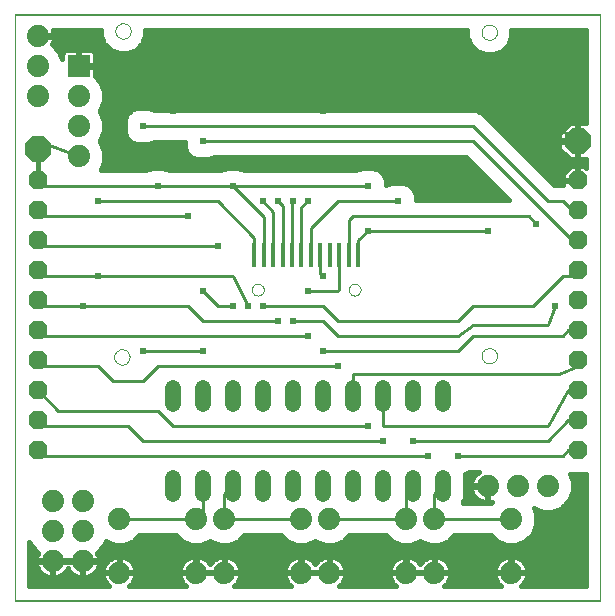
<source format=gtl>
G75*
G70*
%OFA0B0*%
%FSLAX24Y24*%
%IPPOS*%
%LPD*%
%AMOC8*
5,1,8,0,0,1.08239X$1,22.5*
%
%ADD10C,0.0000*%
%ADD11R,0.0157X0.0787*%
%ADD12OC8,0.0630*%
%ADD13OC8,0.0850*%
%ADD14R,0.0740X0.0740*%
%ADD15C,0.0740*%
%ADD16C,0.0520*%
%ADD17C,0.0100*%
%ADD18R,0.0240X0.0240*%
%ADD19C,0.0160*%
D10*
X000736Y000100D02*
X000736Y019663D01*
X020252Y019663D01*
X020252Y000100D01*
X000736Y000100D01*
X000750Y000128D02*
X000750Y019628D01*
X020250Y019628D01*
X020250Y000128D01*
X000750Y000128D01*
X004056Y008245D02*
X004058Y008276D01*
X004064Y008307D01*
X004073Y008337D01*
X004086Y008366D01*
X004103Y008393D01*
X004123Y008417D01*
X004145Y008439D01*
X004171Y008458D01*
X004198Y008474D01*
X004227Y008486D01*
X004257Y008495D01*
X004288Y008500D01*
X004320Y008501D01*
X004351Y008498D01*
X004382Y008491D01*
X004412Y008481D01*
X004440Y008467D01*
X004466Y008449D01*
X004490Y008429D01*
X004511Y008405D01*
X004530Y008380D01*
X004545Y008352D01*
X004556Y008323D01*
X004564Y008292D01*
X004568Y008261D01*
X004568Y008229D01*
X004564Y008198D01*
X004556Y008167D01*
X004545Y008138D01*
X004530Y008110D01*
X004511Y008085D01*
X004490Y008061D01*
X004466Y008041D01*
X004440Y008023D01*
X004412Y008009D01*
X004382Y007999D01*
X004351Y007992D01*
X004320Y007989D01*
X004288Y007990D01*
X004257Y007995D01*
X004227Y008004D01*
X004198Y008016D01*
X004171Y008032D01*
X004145Y008051D01*
X004123Y008073D01*
X004103Y008097D01*
X004086Y008124D01*
X004073Y008153D01*
X004064Y008183D01*
X004058Y008214D01*
X004056Y008245D01*
X008643Y010489D02*
X008645Y010516D01*
X008651Y010543D01*
X008660Y010569D01*
X008673Y010593D01*
X008689Y010616D01*
X008708Y010635D01*
X008730Y010652D01*
X008754Y010666D01*
X008779Y010676D01*
X008806Y010683D01*
X008833Y010686D01*
X008861Y010685D01*
X008888Y010680D01*
X008914Y010672D01*
X008938Y010660D01*
X008961Y010644D01*
X008982Y010626D01*
X008999Y010605D01*
X009014Y010581D01*
X009025Y010556D01*
X009033Y010530D01*
X009037Y010503D01*
X009037Y010475D01*
X009033Y010448D01*
X009025Y010422D01*
X009014Y010397D01*
X008999Y010373D01*
X008982Y010352D01*
X008961Y010334D01*
X008939Y010318D01*
X008914Y010306D01*
X008888Y010298D01*
X008861Y010293D01*
X008833Y010292D01*
X008806Y010295D01*
X008779Y010302D01*
X008754Y010312D01*
X008730Y010326D01*
X008708Y010343D01*
X008689Y010362D01*
X008673Y010385D01*
X008660Y010409D01*
X008651Y010435D01*
X008645Y010462D01*
X008643Y010489D01*
X011871Y010489D02*
X011873Y010516D01*
X011879Y010543D01*
X011888Y010569D01*
X011901Y010593D01*
X011917Y010616D01*
X011936Y010635D01*
X011958Y010652D01*
X011982Y010666D01*
X012007Y010676D01*
X012034Y010683D01*
X012061Y010686D01*
X012089Y010685D01*
X012116Y010680D01*
X012142Y010672D01*
X012166Y010660D01*
X012189Y010644D01*
X012210Y010626D01*
X012227Y010605D01*
X012242Y010581D01*
X012253Y010556D01*
X012261Y010530D01*
X012265Y010503D01*
X012265Y010475D01*
X012261Y010448D01*
X012253Y010422D01*
X012242Y010397D01*
X012227Y010373D01*
X012210Y010352D01*
X012189Y010334D01*
X012167Y010318D01*
X012142Y010306D01*
X012116Y010298D01*
X012089Y010293D01*
X012061Y010292D01*
X012034Y010295D01*
X012007Y010302D01*
X011982Y010312D01*
X011958Y010326D01*
X011936Y010343D01*
X011917Y010362D01*
X011901Y010385D01*
X011888Y010409D01*
X011879Y010435D01*
X011873Y010462D01*
X011871Y010489D01*
X016300Y008284D02*
X016302Y008315D01*
X016308Y008346D01*
X016317Y008376D01*
X016330Y008405D01*
X016347Y008432D01*
X016367Y008456D01*
X016389Y008478D01*
X016415Y008497D01*
X016442Y008513D01*
X016471Y008525D01*
X016501Y008534D01*
X016532Y008539D01*
X016564Y008540D01*
X016595Y008537D01*
X016626Y008530D01*
X016656Y008520D01*
X016684Y008506D01*
X016710Y008488D01*
X016734Y008468D01*
X016755Y008444D01*
X016774Y008419D01*
X016789Y008391D01*
X016800Y008362D01*
X016808Y008331D01*
X016812Y008300D01*
X016812Y008268D01*
X016808Y008237D01*
X016800Y008206D01*
X016789Y008177D01*
X016774Y008149D01*
X016755Y008124D01*
X016734Y008100D01*
X016710Y008080D01*
X016684Y008062D01*
X016656Y008048D01*
X016626Y008038D01*
X016595Y008031D01*
X016564Y008028D01*
X016532Y008029D01*
X016501Y008034D01*
X016471Y008043D01*
X016442Y008055D01*
X016415Y008071D01*
X016389Y008090D01*
X016367Y008112D01*
X016347Y008136D01*
X016330Y008163D01*
X016317Y008192D01*
X016308Y008222D01*
X016302Y008253D01*
X016300Y008284D01*
X016300Y019071D02*
X016302Y019102D01*
X016308Y019133D01*
X016317Y019163D01*
X016330Y019192D01*
X016347Y019219D01*
X016367Y019243D01*
X016389Y019265D01*
X016415Y019284D01*
X016442Y019300D01*
X016471Y019312D01*
X016501Y019321D01*
X016532Y019326D01*
X016564Y019327D01*
X016595Y019324D01*
X016626Y019317D01*
X016656Y019307D01*
X016684Y019293D01*
X016710Y019275D01*
X016734Y019255D01*
X016755Y019231D01*
X016774Y019206D01*
X016789Y019178D01*
X016800Y019149D01*
X016808Y019118D01*
X016812Y019087D01*
X016812Y019055D01*
X016808Y019024D01*
X016800Y018993D01*
X016789Y018964D01*
X016774Y018936D01*
X016755Y018911D01*
X016734Y018887D01*
X016710Y018867D01*
X016684Y018849D01*
X016656Y018835D01*
X016626Y018825D01*
X016595Y018818D01*
X016564Y018815D01*
X016532Y018816D01*
X016501Y018821D01*
X016471Y018830D01*
X016442Y018842D01*
X016415Y018858D01*
X016389Y018877D01*
X016367Y018899D01*
X016347Y018923D01*
X016330Y018950D01*
X016317Y018979D01*
X016308Y019009D01*
X016302Y019040D01*
X016300Y019071D01*
X004095Y019111D02*
X004097Y019142D01*
X004103Y019173D01*
X004112Y019203D01*
X004125Y019232D01*
X004142Y019259D01*
X004162Y019283D01*
X004184Y019305D01*
X004210Y019324D01*
X004237Y019340D01*
X004266Y019352D01*
X004296Y019361D01*
X004327Y019366D01*
X004359Y019367D01*
X004390Y019364D01*
X004421Y019357D01*
X004451Y019347D01*
X004479Y019333D01*
X004505Y019315D01*
X004529Y019295D01*
X004550Y019271D01*
X004569Y019246D01*
X004584Y019218D01*
X004595Y019189D01*
X004603Y019158D01*
X004607Y019127D01*
X004607Y019095D01*
X004603Y019064D01*
X004595Y019033D01*
X004584Y019004D01*
X004569Y018976D01*
X004550Y018951D01*
X004529Y018927D01*
X004505Y018907D01*
X004479Y018889D01*
X004451Y018875D01*
X004421Y018865D01*
X004390Y018858D01*
X004359Y018855D01*
X004327Y018856D01*
X004296Y018861D01*
X004266Y018870D01*
X004237Y018882D01*
X004210Y018898D01*
X004184Y018917D01*
X004162Y018939D01*
X004142Y018963D01*
X004125Y018990D01*
X004112Y019019D01*
X004103Y019049D01*
X004097Y019080D01*
X004095Y019111D01*
D11*
X008721Y011631D03*
X009036Y011631D03*
X009351Y011631D03*
X009666Y011631D03*
X009981Y011631D03*
X010296Y011631D03*
X010611Y011631D03*
X010926Y011631D03*
X011241Y011631D03*
X011556Y011631D03*
X011871Y011631D03*
X012186Y011631D03*
D12*
X019500Y012128D03*
X019500Y013128D03*
X019500Y014128D03*
X019500Y011128D03*
X019500Y010128D03*
X019500Y009128D03*
X019500Y008128D03*
X019500Y007128D03*
X019500Y006128D03*
X019500Y005128D03*
X001500Y005128D03*
X001500Y006128D03*
X001500Y007128D03*
X001500Y008128D03*
X001500Y009128D03*
X001500Y010128D03*
X001500Y011128D03*
X001500Y012128D03*
X001500Y013128D03*
X001500Y014128D03*
D13*
X001500Y015193D03*
X019500Y015443D03*
D14*
X002875Y017943D03*
D15*
X002875Y016943D03*
X002875Y015943D03*
X002875Y014943D03*
X001500Y016943D03*
X001500Y017943D03*
X001500Y018943D03*
X016500Y003943D03*
X017500Y003943D03*
X018500Y003943D03*
X017280Y002833D03*
X017280Y001053D03*
X014720Y001053D03*
X013780Y001053D03*
X013780Y002833D03*
X014720Y002833D03*
X011220Y002833D03*
X010280Y002833D03*
X010280Y001053D03*
X011220Y001053D03*
X007720Y001053D03*
X006780Y001053D03*
X006780Y002833D03*
X007720Y002833D03*
X004220Y002833D03*
X003000Y002443D03*
X003000Y003443D03*
X002000Y003443D03*
X002000Y002443D03*
X002000Y001443D03*
X003000Y001443D03*
X004220Y001053D03*
D16*
X005998Y003683D02*
X005998Y004203D01*
X006998Y004203D02*
X006998Y003683D01*
X007998Y003683D02*
X007998Y004203D01*
X008998Y004203D02*
X008998Y003683D01*
X009998Y003683D02*
X009998Y004203D01*
X010998Y004203D02*
X010998Y003683D01*
X011998Y003683D02*
X011998Y004203D01*
X012998Y004203D02*
X012998Y003683D01*
X013998Y003683D02*
X013998Y004203D01*
X014998Y004203D02*
X014998Y003683D01*
X014998Y006683D02*
X014998Y007203D01*
X013998Y007203D02*
X013998Y006683D01*
X012998Y006683D02*
X012998Y007203D01*
X011998Y007203D02*
X011998Y006683D01*
X010998Y006683D02*
X010998Y007203D01*
X009998Y007203D02*
X009998Y006683D01*
X008998Y006683D02*
X008998Y007203D01*
X007998Y007203D02*
X007998Y006683D01*
X006998Y006683D02*
X006998Y007203D01*
X005998Y007203D02*
X005998Y006683D01*
D17*
X005500Y006443D02*
X002185Y006443D01*
X001500Y007128D01*
X001685Y007943D02*
X001500Y008128D01*
X001685Y007943D02*
X003500Y007943D01*
X004000Y007443D01*
X005000Y007443D01*
X005500Y007943D01*
X011500Y007943D01*
X011998Y007693D02*
X011998Y006943D01*
X011998Y007693D02*
X018875Y007693D01*
X019500Y007943D01*
X019500Y008128D01*
X019000Y008943D02*
X016000Y008943D01*
X015500Y008443D01*
X011000Y008443D01*
X010500Y008943D02*
X001685Y008943D01*
X001500Y009128D01*
X001685Y009943D02*
X001500Y010128D01*
X001685Y009943D02*
X003000Y009943D01*
X006500Y009943D01*
X007000Y009443D01*
X009500Y009443D01*
X010000Y009443D02*
X011000Y009443D01*
X011500Y008943D01*
X015500Y008943D01*
X016000Y009318D01*
X018500Y009318D01*
X018750Y009943D01*
X018000Y009943D02*
X019000Y010943D01*
X019500Y010943D01*
X019500Y011128D01*
X019500Y011943D02*
X019500Y012128D01*
X019500Y011943D02*
X016000Y015443D01*
X007000Y015443D01*
X006000Y016443D02*
X006000Y018943D01*
X007500Y018943D01*
X006000Y016443D02*
X011000Y016443D01*
X018000Y016443D01*
X019500Y015443D01*
X019000Y013443D02*
X018500Y013443D01*
X016000Y015943D01*
X005000Y015943D01*
X005500Y013943D02*
X008000Y013943D01*
X009036Y012906D01*
X009036Y011631D01*
X009351Y011631D02*
X009351Y013091D01*
X009000Y013443D01*
X009500Y013443D02*
X009666Y013276D01*
X009666Y011631D01*
X009981Y011631D02*
X009981Y013424D01*
X010000Y013443D01*
X010296Y013239D02*
X010500Y013443D01*
X010296Y013239D02*
X010296Y011631D01*
X010611Y011631D02*
X010611Y012554D01*
X011500Y013443D01*
X013500Y013443D01*
X012500Y013943D02*
X008000Y013943D01*
X007500Y013443D02*
X003500Y013443D01*
X002875Y014943D02*
X001875Y015318D01*
X001500Y015193D01*
X001500Y014128D02*
X001500Y013943D01*
X005500Y013943D01*
X006500Y012943D02*
X001685Y012943D01*
X001500Y013128D01*
X001500Y012128D02*
X001685Y011943D01*
X007500Y011943D01*
X008000Y010943D02*
X003500Y010943D01*
X001685Y010943D01*
X001500Y011128D01*
X005000Y008443D02*
X007000Y008443D01*
X007500Y009943D02*
X007000Y010443D01*
X007500Y009943D02*
X008000Y009943D01*
X008500Y009943D02*
X008000Y010943D01*
X008721Y011631D02*
X008721Y012221D01*
X007500Y013443D01*
X010500Y010443D02*
X011500Y010443D01*
X011556Y010499D01*
X011556Y011631D01*
X011871Y011631D02*
X011871Y012814D01*
X012000Y012943D01*
X017875Y012943D01*
X018125Y012693D01*
X018112Y012693D01*
X019000Y013443D02*
X019500Y012943D01*
X019500Y013128D01*
X016500Y012443D02*
X012500Y012443D01*
X012186Y012129D01*
X012186Y011631D01*
X010926Y011631D02*
X010926Y011016D01*
X011000Y010943D01*
X011000Y009943D02*
X011500Y009443D01*
X015500Y009443D01*
X016000Y009943D01*
X018000Y009943D01*
X019000Y008943D02*
X019185Y009128D01*
X019500Y009128D01*
X019500Y007128D02*
X019185Y007128D01*
X018500Y005943D01*
X013000Y005943D01*
X013000Y006941D01*
X012998Y006943D01*
X012500Y005943D02*
X006000Y005943D01*
X005500Y006443D01*
X004500Y005943D02*
X001685Y005943D01*
X001500Y006128D01*
X001500Y005128D02*
X001500Y004943D01*
X014500Y004943D01*
X014000Y005443D02*
X018500Y005443D01*
X019185Y006128D01*
X019500Y006128D01*
X019500Y005128D02*
X019185Y005128D01*
X019000Y004943D01*
X015500Y004943D01*
X014998Y003943D02*
X014720Y003664D01*
X014720Y002833D01*
X017280Y002833D01*
X013998Y003943D02*
X013780Y003724D01*
X013780Y002833D01*
X011220Y002833D01*
X010280Y002833D02*
X007720Y002833D01*
X007720Y003664D01*
X007998Y003943D01*
X007000Y003943D02*
X007000Y002943D01*
X006890Y002833D01*
X006780Y002833D01*
X004220Y002833D01*
X005000Y005443D02*
X004500Y005943D01*
X005000Y005443D02*
X013000Y005443D01*
X011000Y009943D02*
X009000Y009943D01*
D18*
X009000Y009943D03*
X008500Y009943D03*
X008000Y009943D03*
X007000Y010443D03*
X007500Y011943D03*
X006500Y012943D03*
X005500Y013943D03*
X007000Y015443D03*
X006000Y016443D03*
X005000Y015943D03*
X003500Y013443D03*
X003500Y010943D03*
X003000Y009943D03*
X005000Y008443D03*
X007000Y008443D03*
X009500Y009443D03*
X010000Y009443D03*
X010500Y008943D03*
X011000Y008443D03*
X011500Y007943D03*
X012500Y005943D03*
X013000Y005443D03*
X014000Y005443D03*
X014500Y004943D03*
X015500Y004943D03*
X018750Y009943D03*
X016500Y012443D03*
X018112Y012693D03*
X013500Y013443D03*
X012500Y013943D03*
X012500Y012443D03*
X011000Y010943D03*
X010500Y010443D03*
X010500Y013443D03*
X010000Y013443D03*
X009500Y013443D03*
X009000Y013443D03*
X008000Y013943D03*
X011000Y016443D03*
X007500Y018943D03*
D19*
X005087Y018964D02*
X004975Y018694D01*
X004768Y018487D01*
X004498Y018375D01*
X004205Y018375D01*
X003935Y018487D01*
X003728Y018694D01*
X003615Y018964D01*
X003615Y019148D01*
X002012Y019148D01*
X002036Y019071D01*
X002050Y018986D01*
X002050Y018963D01*
X003616Y018963D01*
X003615Y019121D02*
X002020Y019121D01*
X002050Y018963D02*
X001520Y018963D01*
X001520Y018923D01*
X002050Y018923D01*
X002050Y018899D01*
X002036Y018814D01*
X002010Y018731D01*
X001976Y018665D01*
X001981Y018663D01*
X002221Y018424D01*
X002325Y018172D01*
X002325Y018336D01*
X002337Y018382D01*
X002361Y018423D01*
X002394Y018457D01*
X002436Y018480D01*
X002481Y018493D01*
X002855Y018493D01*
X002855Y017963D01*
X002895Y017963D01*
X002895Y018493D01*
X003269Y018493D01*
X003314Y018480D01*
X003356Y018457D01*
X003389Y018423D01*
X003413Y018382D01*
X003425Y018336D01*
X003425Y017963D01*
X002895Y017963D01*
X002895Y017923D01*
X003425Y017923D01*
X003425Y017595D01*
X003596Y017424D01*
X003725Y017112D01*
X003725Y016773D01*
X003596Y016461D01*
X003577Y016443D01*
X003596Y016424D01*
X003725Y016112D01*
X003725Y015773D01*
X003596Y015461D01*
X003577Y015443D01*
X003596Y015424D01*
X003725Y015112D01*
X003725Y014773D01*
X003600Y014473D01*
X005116Y014473D01*
X005285Y014543D01*
X005715Y014543D01*
X005884Y014473D01*
X007616Y014473D01*
X007785Y014543D01*
X008215Y014543D01*
X008384Y014473D01*
X012116Y014473D01*
X012285Y014543D01*
X012715Y014543D01*
X012892Y014469D01*
X013027Y014334D01*
X013100Y014158D01*
X013100Y013973D01*
X013116Y013973D01*
X013285Y014043D01*
X013715Y014043D01*
X013892Y013969D01*
X014027Y013834D01*
X014100Y013658D01*
X014100Y013473D01*
X017220Y013473D01*
X015780Y014913D01*
X007384Y014913D01*
X007215Y014843D01*
X006785Y014843D01*
X006608Y014916D01*
X006473Y015051D01*
X006400Y015227D01*
X006400Y015413D01*
X005384Y015413D01*
X005215Y015343D01*
X004785Y015343D01*
X004608Y015416D01*
X004473Y015551D01*
X004400Y015727D01*
X004400Y016158D01*
X004473Y016334D01*
X004608Y016469D01*
X004785Y016543D01*
X005215Y016543D01*
X005384Y016473D01*
X016105Y016473D01*
X016300Y016392D01*
X018720Y013973D01*
X019005Y013973D01*
X019005Y014118D01*
X019490Y014118D01*
X019490Y014138D01*
X019490Y014623D01*
X019295Y014623D01*
X019005Y014333D01*
X019005Y014138D01*
X019490Y014138D01*
X019510Y014138D01*
X019510Y014623D01*
X019705Y014623D01*
X019770Y014558D01*
X019770Y014857D01*
X019751Y014838D01*
X019520Y014838D01*
X019520Y015423D01*
X019480Y015423D01*
X018895Y015423D01*
X018895Y015192D01*
X019249Y014838D01*
X019480Y014838D01*
X019480Y015423D01*
X019480Y015463D01*
X019480Y016048D01*
X019249Y016048D01*
X018895Y015693D01*
X018895Y015463D01*
X019480Y015463D01*
X019520Y015463D01*
X019520Y016048D01*
X019751Y016048D01*
X019770Y016028D01*
X019770Y019148D01*
X017292Y019148D01*
X017292Y018925D01*
X017180Y018655D01*
X016973Y018448D01*
X016702Y018336D01*
X016410Y018336D01*
X016139Y018448D01*
X015932Y018655D01*
X015820Y018925D01*
X015820Y019148D01*
X005087Y019148D01*
X005087Y018964D01*
X005086Y018963D02*
X015820Y018963D01*
X015820Y019121D02*
X005087Y019121D01*
X005021Y018804D02*
X015870Y018804D01*
X015941Y018646D02*
X004927Y018646D01*
X004768Y018487D02*
X016100Y018487D01*
X017012Y018487D02*
X019770Y018487D01*
X019770Y018329D02*
X003425Y018329D01*
X003425Y018170D02*
X019770Y018170D01*
X019770Y018012D02*
X003425Y018012D01*
X003425Y017853D02*
X019770Y017853D01*
X019770Y017695D02*
X003425Y017695D01*
X003484Y017536D02*
X019770Y017536D01*
X019770Y017378D02*
X003615Y017378D01*
X003680Y017219D02*
X019770Y017219D01*
X019770Y017061D02*
X003725Y017061D01*
X003725Y016902D02*
X019770Y016902D01*
X019770Y016744D02*
X003713Y016744D01*
X003647Y016585D02*
X019770Y016585D01*
X019770Y016427D02*
X016216Y016427D01*
X016424Y016268D02*
X019770Y016268D01*
X019770Y016110D02*
X016583Y016110D01*
X016741Y015951D02*
X019153Y015951D01*
X018994Y015793D02*
X016900Y015793D01*
X017058Y015634D02*
X018895Y015634D01*
X018895Y015476D02*
X017217Y015476D01*
X017375Y015317D02*
X018895Y015317D01*
X018928Y015159D02*
X017534Y015159D01*
X017692Y015000D02*
X019087Y015000D01*
X019245Y014842D02*
X017851Y014842D01*
X018009Y014683D02*
X019770Y014683D01*
X019755Y014842D02*
X019770Y014842D01*
X019520Y014842D02*
X019480Y014842D01*
X019480Y015000D02*
X019520Y015000D01*
X019520Y015159D02*
X019480Y015159D01*
X019480Y015317D02*
X019520Y015317D01*
X019520Y015476D02*
X019480Y015476D01*
X019480Y015634D02*
X019520Y015634D01*
X019520Y015793D02*
X019480Y015793D01*
X019480Y015951D02*
X019520Y015951D01*
X019490Y014525D02*
X019510Y014525D01*
X019510Y014366D02*
X019490Y014366D01*
X019490Y014208D02*
X019510Y014208D01*
X019197Y014525D02*
X018168Y014525D01*
X018326Y014366D02*
X019038Y014366D01*
X019005Y014208D02*
X018485Y014208D01*
X018643Y014049D02*
X019005Y014049D01*
X017119Y013574D02*
X014100Y013574D01*
X014069Y013732D02*
X016961Y013732D01*
X016802Y013891D02*
X013971Y013891D01*
X013100Y014049D02*
X016644Y014049D01*
X016485Y014208D02*
X013079Y014208D01*
X012995Y014366D02*
X016327Y014366D01*
X016168Y014525D02*
X012759Y014525D01*
X012241Y014525D02*
X008259Y014525D01*
X007741Y014525D02*
X005759Y014525D01*
X005241Y014525D02*
X003622Y014525D01*
X003688Y014683D02*
X016010Y014683D01*
X015851Y014842D02*
X003725Y014842D01*
X003725Y015000D02*
X006524Y015000D01*
X006428Y015159D02*
X003706Y015159D01*
X003640Y015317D02*
X006400Y015317D01*
X004548Y015476D02*
X003602Y015476D01*
X003667Y015634D02*
X004439Y015634D01*
X004400Y015793D02*
X003725Y015793D01*
X003725Y015951D02*
X004400Y015951D01*
X004400Y016110D02*
X003725Y016110D01*
X003660Y016268D02*
X004446Y016268D01*
X004565Y016427D02*
X003593Y016427D01*
X002895Y018012D02*
X002855Y018012D01*
X002855Y018170D02*
X002895Y018170D01*
X002895Y018329D02*
X002855Y018329D01*
X002855Y018487D02*
X002895Y018487D01*
X003289Y018487D02*
X003934Y018487D01*
X003776Y018646D02*
X001999Y018646D01*
X002033Y018804D02*
X003682Y018804D01*
X002461Y018487D02*
X002158Y018487D01*
X002260Y018329D02*
X002325Y018329D01*
X001500Y015193D02*
X001500Y014128D01*
X004892Y002303D02*
X006108Y002303D01*
X006299Y002112D01*
X006611Y001983D01*
X006949Y001983D01*
X007250Y002107D01*
X007551Y001983D01*
X007889Y001983D01*
X008201Y002112D01*
X008392Y002303D01*
X009608Y002303D01*
X009799Y002112D01*
X010111Y001983D01*
X010449Y001983D01*
X010750Y002107D01*
X011051Y001983D01*
X011389Y001983D01*
X011701Y002112D01*
X011892Y002303D01*
X013108Y002303D01*
X013299Y002112D01*
X013611Y001983D01*
X013949Y001983D01*
X014250Y002107D01*
X014551Y001983D01*
X014889Y001983D01*
X015201Y002112D01*
X015392Y002303D01*
X016608Y002303D01*
X016799Y002112D01*
X017111Y001983D01*
X017449Y001983D01*
X017761Y002112D01*
X018001Y002351D01*
X018130Y002663D01*
X018130Y003002D01*
X018043Y003212D01*
X018331Y003093D01*
X018669Y003093D01*
X018981Y003222D01*
X019221Y003461D01*
X019350Y003773D01*
X019350Y004112D01*
X019258Y004333D01*
X019770Y004333D01*
X019770Y000608D01*
X017603Y000608D01*
X017638Y000633D01*
X017700Y000694D01*
X017750Y000764D01*
X017790Y000841D01*
X017816Y000924D01*
X017830Y001009D01*
X017830Y001033D01*
X017300Y001033D01*
X017300Y001073D01*
X017260Y001073D01*
X017260Y001603D01*
X017237Y001603D01*
X017151Y001589D01*
X017069Y001562D01*
X016992Y001523D01*
X016922Y001472D01*
X016860Y001411D01*
X016810Y001341D01*
X016770Y001264D01*
X016744Y001181D01*
X016730Y001096D01*
X016730Y001073D01*
X017260Y001073D01*
X017260Y001033D01*
X016730Y001033D01*
X016730Y001009D01*
X016744Y000924D01*
X016770Y000841D01*
X016810Y000764D01*
X016860Y000694D01*
X016922Y000633D01*
X016957Y000608D01*
X015043Y000608D01*
X015078Y000633D01*
X015140Y000694D01*
X015190Y000764D01*
X015230Y000841D01*
X015256Y000924D01*
X015270Y001009D01*
X015270Y001033D01*
X014740Y001033D01*
X014740Y001073D01*
X014700Y001073D01*
X014700Y001603D01*
X014677Y001603D01*
X014591Y001589D01*
X014509Y001562D01*
X014432Y001523D01*
X014362Y001472D01*
X014300Y001411D01*
X014250Y001341D01*
X014200Y001411D01*
X014138Y001472D01*
X014068Y001523D01*
X013991Y001562D01*
X013909Y001589D01*
X013823Y001603D01*
X013800Y001603D01*
X013800Y001073D01*
X013760Y001073D01*
X013760Y001603D01*
X013737Y001603D01*
X013651Y001589D01*
X013569Y001562D01*
X013492Y001523D01*
X013422Y001472D01*
X013360Y001411D01*
X013310Y001341D01*
X013270Y001264D01*
X013244Y001181D01*
X013230Y001096D01*
X013230Y001073D01*
X013760Y001073D01*
X013760Y001033D01*
X013230Y001033D01*
X013230Y001009D01*
X013244Y000924D01*
X013270Y000841D01*
X013310Y000764D01*
X013360Y000694D01*
X013422Y000633D01*
X013457Y000608D01*
X011543Y000608D01*
X011578Y000633D01*
X011640Y000694D01*
X011690Y000764D01*
X011730Y000841D01*
X011756Y000924D01*
X011770Y001009D01*
X011770Y001033D01*
X011240Y001033D01*
X011240Y001073D01*
X011200Y001073D01*
X011200Y001603D01*
X011177Y001603D01*
X011091Y001589D01*
X011009Y001562D01*
X010932Y001523D01*
X010862Y001472D01*
X010800Y001411D01*
X010750Y001341D01*
X010700Y001411D01*
X010638Y001472D01*
X010568Y001523D01*
X010491Y001562D01*
X010409Y001589D01*
X010323Y001603D01*
X010300Y001603D01*
X010300Y001073D01*
X010260Y001073D01*
X010260Y001603D01*
X010237Y001603D01*
X010151Y001589D01*
X010069Y001562D01*
X009992Y001523D01*
X009922Y001472D01*
X009860Y001411D01*
X009810Y001341D01*
X009770Y001264D01*
X009744Y001181D01*
X009730Y001096D01*
X009730Y001073D01*
X010260Y001073D01*
X010260Y001033D01*
X009730Y001033D01*
X009730Y001009D01*
X009744Y000924D01*
X009770Y000841D01*
X009810Y000764D01*
X009860Y000694D01*
X009922Y000633D01*
X009957Y000608D01*
X008043Y000608D01*
X008078Y000633D01*
X008140Y000694D01*
X008190Y000764D01*
X008230Y000841D01*
X008256Y000924D01*
X008270Y001009D01*
X008270Y001033D01*
X007740Y001033D01*
X007740Y001073D01*
X007700Y001073D01*
X007700Y001603D01*
X007677Y001603D01*
X007591Y001589D01*
X007509Y001562D01*
X007432Y001523D01*
X007362Y001472D01*
X007300Y001411D01*
X007250Y001341D01*
X007200Y001411D01*
X007138Y001472D01*
X007068Y001523D01*
X006991Y001562D01*
X006909Y001589D01*
X006823Y001603D01*
X006800Y001603D01*
X006800Y001073D01*
X006760Y001073D01*
X006760Y001603D01*
X006737Y001603D01*
X006651Y001589D01*
X006569Y001562D01*
X006492Y001523D01*
X006422Y001472D01*
X006360Y001411D01*
X006310Y001341D01*
X006270Y001264D01*
X006244Y001181D01*
X006230Y001096D01*
X006230Y001073D01*
X006760Y001073D01*
X006760Y001033D01*
X006230Y001033D01*
X006230Y001009D01*
X006244Y000924D01*
X006270Y000841D01*
X006310Y000764D01*
X006360Y000694D01*
X006422Y000633D01*
X006457Y000608D01*
X004543Y000608D01*
X004578Y000633D01*
X004640Y000694D01*
X004690Y000764D01*
X004730Y000841D01*
X004756Y000924D01*
X004770Y001009D01*
X004770Y001033D01*
X004240Y001033D01*
X004240Y001073D01*
X004200Y001073D01*
X004200Y001603D01*
X004177Y001603D01*
X004091Y001589D01*
X004009Y001562D01*
X003932Y001523D01*
X003862Y001472D01*
X003800Y001411D01*
X003750Y001341D01*
X003710Y001264D01*
X003684Y001181D01*
X003670Y001096D01*
X003670Y001073D01*
X004200Y001073D01*
X004200Y001033D01*
X003670Y001033D01*
X003670Y001009D01*
X003684Y000924D01*
X003710Y000841D01*
X003750Y000764D01*
X003800Y000694D01*
X003862Y000633D01*
X003897Y000608D01*
X001230Y000608D01*
X001230Y002080D01*
X001279Y001961D01*
X001519Y001722D01*
X001524Y001720D01*
X001490Y001654D01*
X001464Y001571D01*
X001450Y001486D01*
X001450Y001463D01*
X001980Y001463D01*
X001980Y001423D01*
X001450Y001423D01*
X001450Y001399D01*
X001464Y001314D01*
X001490Y001231D01*
X001530Y001154D01*
X001580Y001084D01*
X001642Y001023D01*
X001712Y000972D01*
X001789Y000933D01*
X001871Y000906D01*
X001957Y000893D01*
X001980Y000893D01*
X001980Y001423D01*
X002020Y001423D01*
X002020Y001463D01*
X002450Y001463D01*
X002980Y001463D01*
X002980Y001423D01*
X002020Y001423D01*
X002020Y000893D01*
X002043Y000893D01*
X002129Y000906D01*
X002211Y000933D01*
X002288Y000972D01*
X002358Y001023D01*
X002420Y001084D01*
X002470Y001154D01*
X002500Y001212D01*
X002530Y001154D01*
X002580Y001084D01*
X002642Y001023D01*
X002712Y000972D01*
X002789Y000933D01*
X002871Y000906D01*
X002957Y000893D01*
X002980Y000893D01*
X002980Y001423D01*
X003020Y001423D01*
X003020Y001463D01*
X003550Y001463D01*
X003550Y001486D01*
X003536Y001571D01*
X003510Y001654D01*
X003476Y001720D01*
X003481Y001722D01*
X003721Y001961D01*
X003777Y002096D01*
X004051Y001983D01*
X004389Y001983D01*
X004701Y002112D01*
X004892Y002303D01*
X004751Y002162D02*
X006249Y002162D01*
X006561Y002003D02*
X004439Y002003D01*
X004349Y001589D02*
X004263Y001603D01*
X004240Y001603D01*
X004240Y001073D01*
X004770Y001073D01*
X004770Y001096D01*
X004756Y001181D01*
X004730Y001264D01*
X004690Y001341D01*
X004640Y001411D01*
X004578Y001472D01*
X004508Y001523D01*
X004431Y001562D01*
X004349Y001589D01*
X004240Y001528D02*
X004200Y001528D01*
X004200Y001369D02*
X004240Y001369D01*
X004240Y001211D02*
X004200Y001211D01*
X004200Y001052D02*
X003387Y001052D01*
X003358Y001023D02*
X003420Y001084D01*
X003470Y001154D01*
X003510Y001231D01*
X003536Y001314D01*
X003550Y001399D01*
X003550Y001423D01*
X003020Y001423D01*
X003020Y000893D01*
X003043Y000893D01*
X003129Y000906D01*
X003211Y000933D01*
X003288Y000972D01*
X003358Y001023D01*
X003499Y001211D02*
X003693Y001211D01*
X003770Y001369D02*
X003545Y001369D01*
X003543Y001528D02*
X003941Y001528D01*
X003604Y001845D02*
X019770Y001845D01*
X019770Y002003D02*
X017499Y002003D01*
X017811Y002162D02*
X019770Y002162D01*
X019770Y002320D02*
X017970Y002320D01*
X018053Y002479D02*
X019770Y002479D01*
X019770Y002637D02*
X018119Y002637D01*
X018130Y002796D02*
X019770Y002796D01*
X019770Y002954D02*
X018130Y002954D01*
X018084Y003113D02*
X018283Y003113D01*
X018717Y003113D02*
X019770Y003113D01*
X019770Y003271D02*
X019031Y003271D01*
X019189Y003430D02*
X019770Y003430D01*
X019770Y003588D02*
X019273Y003588D01*
X019339Y003747D02*
X019770Y003747D01*
X019770Y003905D02*
X019350Y003905D01*
X019350Y004064D02*
X019770Y004064D01*
X019770Y004222D02*
X019304Y004222D01*
X017061Y002003D02*
X014939Y002003D01*
X015251Y002162D02*
X016749Y002162D01*
X017001Y001528D02*
X014999Y001528D01*
X015008Y001523D02*
X014931Y001562D01*
X014849Y001589D01*
X014763Y001603D01*
X014740Y001603D01*
X014740Y001073D01*
X015270Y001073D01*
X015270Y001096D01*
X015256Y001181D01*
X015230Y001264D01*
X015190Y001341D01*
X015140Y001411D01*
X015078Y001472D01*
X015008Y001523D01*
X015170Y001369D02*
X016830Y001369D01*
X016753Y001211D02*
X015247Y001211D01*
X015247Y000894D02*
X016753Y000894D01*
X016831Y000735D02*
X015169Y000735D01*
X014740Y001052D02*
X017260Y001052D01*
X017300Y001052D02*
X019770Y001052D01*
X019770Y000894D02*
X017807Y000894D01*
X017729Y000735D02*
X019770Y000735D01*
X019770Y001211D02*
X017807Y001211D01*
X017816Y001181D02*
X017790Y001264D01*
X017750Y001341D01*
X017700Y001411D01*
X017638Y001472D01*
X017568Y001523D01*
X017491Y001562D01*
X017409Y001589D01*
X017323Y001603D01*
X017300Y001603D01*
X017300Y001073D01*
X017830Y001073D01*
X017830Y001096D01*
X017816Y001181D01*
X017730Y001369D02*
X019770Y001369D01*
X019770Y001528D02*
X017559Y001528D01*
X017300Y001528D02*
X017260Y001528D01*
X017260Y001369D02*
X017300Y001369D01*
X017300Y001211D02*
X017260Y001211D01*
X016608Y003363D02*
X015666Y003363D01*
X015738Y003535D01*
X015738Y004350D01*
X015737Y004352D01*
X015884Y004413D01*
X016211Y004413D01*
X016142Y004362D01*
X016080Y004301D01*
X016030Y004231D01*
X015990Y004154D01*
X015964Y004071D01*
X015950Y003986D01*
X015950Y003963D01*
X016480Y003963D01*
X016480Y003923D01*
X015950Y003923D01*
X015950Y003899D01*
X015964Y003814D01*
X015990Y003731D01*
X016030Y003654D01*
X016080Y003584D01*
X016142Y003523D01*
X016212Y003472D01*
X016289Y003433D01*
X016371Y003406D01*
X016457Y003393D01*
X016480Y003393D01*
X016480Y003923D01*
X016520Y003923D01*
X016520Y003393D01*
X016543Y003393D01*
X016629Y003406D01*
X016662Y003417D01*
X016608Y003363D01*
X016520Y003430D02*
X016480Y003430D01*
X016480Y003588D02*
X016520Y003588D01*
X016520Y003747D02*
X016480Y003747D01*
X016480Y003905D02*
X016520Y003905D01*
X016299Y003430D02*
X015694Y003430D01*
X015738Y003588D02*
X016078Y003588D01*
X015985Y003747D02*
X015738Y003747D01*
X015738Y003905D02*
X015950Y003905D01*
X015962Y004064D02*
X015738Y004064D01*
X015738Y004222D02*
X016025Y004222D01*
X016167Y004381D02*
X015807Y004381D01*
X014501Y002003D02*
X013999Y002003D01*
X013561Y002003D02*
X011439Y002003D01*
X011751Y002162D02*
X013249Y002162D01*
X013501Y001528D02*
X011499Y001528D01*
X011508Y001523D02*
X011431Y001562D01*
X011349Y001589D01*
X011263Y001603D01*
X011240Y001603D01*
X011240Y001073D01*
X011770Y001073D01*
X011770Y001096D01*
X011756Y001181D01*
X011730Y001264D01*
X011690Y001341D01*
X011640Y001411D01*
X011578Y001472D01*
X011508Y001523D01*
X011670Y001369D02*
X013330Y001369D01*
X013253Y001211D02*
X011747Y001211D01*
X011747Y000894D02*
X013253Y000894D01*
X013331Y000735D02*
X011669Y000735D01*
X011240Y001052D02*
X013760Y001052D01*
X013800Y001052D02*
X014700Y001052D01*
X014700Y001033D02*
X014170Y001033D01*
X013800Y001033D01*
X013800Y001073D01*
X014700Y001073D01*
X014700Y001033D01*
X014700Y001211D02*
X014740Y001211D01*
X014740Y001369D02*
X014700Y001369D01*
X014700Y001528D02*
X014740Y001528D01*
X014441Y001528D02*
X014059Y001528D01*
X014230Y001369D02*
X014270Y001369D01*
X013800Y001369D02*
X013760Y001369D01*
X013760Y001211D02*
X013800Y001211D01*
X013800Y001528D02*
X013760Y001528D01*
X011240Y001528D02*
X011200Y001528D01*
X011200Y001369D02*
X011240Y001369D01*
X011240Y001211D02*
X011200Y001211D01*
X011200Y001073D02*
X011200Y001033D01*
X010830Y001033D01*
X010300Y001033D01*
X010300Y001073D01*
X011200Y001073D01*
X011200Y001052D02*
X010300Y001052D01*
X010260Y001052D02*
X007740Y001052D01*
X007740Y001073D02*
X008270Y001073D01*
X008270Y001096D01*
X008256Y001181D01*
X008230Y001264D01*
X008190Y001341D01*
X008140Y001411D01*
X008078Y001472D01*
X008008Y001523D01*
X007931Y001562D01*
X007849Y001589D01*
X007763Y001603D01*
X007740Y001603D01*
X007740Y001073D01*
X007700Y001073D02*
X007700Y001033D01*
X007330Y001033D01*
X006800Y001033D01*
X006800Y001073D01*
X007700Y001073D01*
X007700Y001052D02*
X006800Y001052D01*
X006760Y001052D02*
X004240Y001052D01*
X004669Y000735D02*
X006331Y000735D01*
X006253Y000894D02*
X004747Y000894D01*
X004747Y001211D02*
X006253Y001211D01*
X006330Y001369D02*
X004670Y001369D01*
X004499Y001528D02*
X006501Y001528D01*
X006760Y001528D02*
X006800Y001528D01*
X006800Y001369D02*
X006760Y001369D01*
X006760Y001211D02*
X006800Y001211D01*
X007059Y001528D02*
X007441Y001528D01*
X007270Y001369D02*
X007230Y001369D01*
X007700Y001369D02*
X007740Y001369D01*
X007740Y001211D02*
X007700Y001211D01*
X007700Y001528D02*
X007740Y001528D01*
X007999Y001528D02*
X010001Y001528D01*
X009830Y001369D02*
X008170Y001369D01*
X008247Y001211D02*
X009753Y001211D01*
X009753Y000894D02*
X008247Y000894D01*
X008169Y000735D02*
X009831Y000735D01*
X010260Y001211D02*
X010300Y001211D01*
X010300Y001369D02*
X010260Y001369D01*
X010260Y001528D02*
X010300Y001528D01*
X010559Y001528D02*
X010941Y001528D01*
X010770Y001369D02*
X010730Y001369D01*
X010499Y002003D02*
X011001Y002003D01*
X010061Y002003D02*
X007939Y002003D01*
X008251Y002162D02*
X009749Y002162D01*
X007501Y002003D02*
X006999Y002003D01*
X004001Y002003D02*
X003738Y002003D01*
X003493Y001686D02*
X019770Y001686D01*
X003771Y000735D02*
X001230Y000735D01*
X001230Y000894D02*
X001950Y000894D01*
X001980Y000894D02*
X002020Y000894D01*
X002050Y000894D02*
X002950Y000894D01*
X002980Y000894D02*
X003020Y000894D01*
X003050Y000894D02*
X003693Y000894D01*
X003020Y001052D02*
X002980Y001052D01*
X002980Y001211D02*
X003020Y001211D01*
X003020Y001369D02*
X002980Y001369D01*
X002613Y001052D02*
X002387Y001052D01*
X002499Y001211D02*
X002501Y001211D01*
X002020Y001211D02*
X001980Y001211D01*
X001980Y001369D02*
X002020Y001369D01*
X002020Y001052D02*
X001980Y001052D01*
X001613Y001052D02*
X001230Y001052D01*
X001230Y001211D02*
X001501Y001211D01*
X001455Y001369D02*
X001230Y001369D01*
X001230Y001528D02*
X001457Y001528D01*
X001507Y001686D02*
X001230Y001686D01*
X001230Y001845D02*
X001396Y001845D01*
X001262Y002003D02*
X001230Y002003D01*
X017171Y018646D02*
X019770Y018646D01*
X019770Y018804D02*
X017242Y018804D01*
X017292Y018963D02*
X019770Y018963D01*
X019770Y019121D02*
X017292Y019121D01*
M02*

</source>
